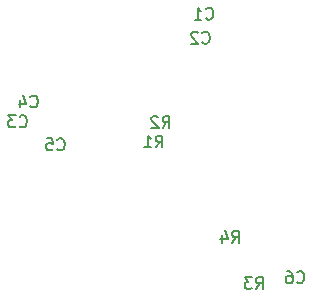
<source format=gbr>
%TF.GenerationSoftware,KiCad,Pcbnew,(5.1.6)-1*%
%TF.CreationDate,2020-08-15T20:42:22+02:00*%
%TF.ProjectId,teensypcbn,7465656e-7379-4706-9362-6e2e6b696361,rev?*%
%TF.SameCoordinates,Original*%
%TF.FileFunction,Legend,Bot*%
%TF.FilePolarity,Positive*%
%FSLAX46Y46*%
G04 Gerber Fmt 4.6, Leading zero omitted, Abs format (unit mm)*
G04 Created by KiCad (PCBNEW (5.1.6)-1) date 2020-08-15 20:42:22*
%MOMM*%
%LPD*%
G01*
G04 APERTURE LIST*
%ADD10C,0.150000*%
G04 APERTURE END LIST*
%TO.C,C1*%
D10*
X154446666Y-85497142D02*
X154494285Y-85544761D01*
X154637142Y-85592380D01*
X154732380Y-85592380D01*
X154875238Y-85544761D01*
X154970476Y-85449523D01*
X155018095Y-85354285D01*
X155065714Y-85163809D01*
X155065714Y-85020952D01*
X155018095Y-84830476D01*
X154970476Y-84735238D01*
X154875238Y-84640000D01*
X154732380Y-84592380D01*
X154637142Y-84592380D01*
X154494285Y-84640000D01*
X154446666Y-84687619D01*
X153494285Y-85592380D02*
X154065714Y-85592380D01*
X153780000Y-85592380D02*
X153780000Y-84592380D01*
X153875238Y-84735238D01*
X153970476Y-84830476D01*
X154065714Y-84878095D01*
%TO.C,C2*%
X154146666Y-87527142D02*
X154194285Y-87574761D01*
X154337142Y-87622380D01*
X154432380Y-87622380D01*
X154575238Y-87574761D01*
X154670476Y-87479523D01*
X154718095Y-87384285D01*
X154765714Y-87193809D01*
X154765714Y-87050952D01*
X154718095Y-86860476D01*
X154670476Y-86765238D01*
X154575238Y-86670000D01*
X154432380Y-86622380D01*
X154337142Y-86622380D01*
X154194285Y-86670000D01*
X154146666Y-86717619D01*
X153765714Y-86717619D02*
X153718095Y-86670000D01*
X153622857Y-86622380D01*
X153384761Y-86622380D01*
X153289523Y-86670000D01*
X153241904Y-86717619D01*
X153194285Y-86812857D01*
X153194285Y-86908095D01*
X153241904Y-87050952D01*
X153813333Y-87622380D01*
X153194285Y-87622380D01*
%TO.C,C3*%
X138666666Y-94607142D02*
X138714285Y-94654761D01*
X138857142Y-94702380D01*
X138952380Y-94702380D01*
X139095238Y-94654761D01*
X139190476Y-94559523D01*
X139238095Y-94464285D01*
X139285714Y-94273809D01*
X139285714Y-94130952D01*
X139238095Y-93940476D01*
X139190476Y-93845238D01*
X139095238Y-93750000D01*
X138952380Y-93702380D01*
X138857142Y-93702380D01*
X138714285Y-93750000D01*
X138666666Y-93797619D01*
X138333333Y-93702380D02*
X137714285Y-93702380D01*
X138047619Y-94083333D01*
X137904761Y-94083333D01*
X137809523Y-94130952D01*
X137761904Y-94178571D01*
X137714285Y-94273809D01*
X137714285Y-94511904D01*
X137761904Y-94607142D01*
X137809523Y-94654761D01*
X137904761Y-94702380D01*
X138190476Y-94702380D01*
X138285714Y-94654761D01*
X138333333Y-94607142D01*
%TO.C,C4*%
X139586666Y-92937142D02*
X139634285Y-92984761D01*
X139777142Y-93032380D01*
X139872380Y-93032380D01*
X140015238Y-92984761D01*
X140110476Y-92889523D01*
X140158095Y-92794285D01*
X140205714Y-92603809D01*
X140205714Y-92460952D01*
X140158095Y-92270476D01*
X140110476Y-92175238D01*
X140015238Y-92080000D01*
X139872380Y-92032380D01*
X139777142Y-92032380D01*
X139634285Y-92080000D01*
X139586666Y-92127619D01*
X138729523Y-92365714D02*
X138729523Y-93032380D01*
X138967619Y-91984761D02*
X139205714Y-92699047D01*
X138586666Y-92699047D01*
%TO.C,C5*%
X141866666Y-96557142D02*
X141914285Y-96604761D01*
X142057142Y-96652380D01*
X142152380Y-96652380D01*
X142295238Y-96604761D01*
X142390476Y-96509523D01*
X142438095Y-96414285D01*
X142485714Y-96223809D01*
X142485714Y-96080952D01*
X142438095Y-95890476D01*
X142390476Y-95795238D01*
X142295238Y-95700000D01*
X142152380Y-95652380D01*
X142057142Y-95652380D01*
X141914285Y-95700000D01*
X141866666Y-95747619D01*
X140961904Y-95652380D02*
X141438095Y-95652380D01*
X141485714Y-96128571D01*
X141438095Y-96080952D01*
X141342857Y-96033333D01*
X141104761Y-96033333D01*
X141009523Y-96080952D01*
X140961904Y-96128571D01*
X140914285Y-96223809D01*
X140914285Y-96461904D01*
X140961904Y-96557142D01*
X141009523Y-96604761D01*
X141104761Y-96652380D01*
X141342857Y-96652380D01*
X141438095Y-96604761D01*
X141485714Y-96557142D01*
%TO.C,C6*%
X162166666Y-107807142D02*
X162214285Y-107854761D01*
X162357142Y-107902380D01*
X162452380Y-107902380D01*
X162595238Y-107854761D01*
X162690476Y-107759523D01*
X162738095Y-107664285D01*
X162785714Y-107473809D01*
X162785714Y-107330952D01*
X162738095Y-107140476D01*
X162690476Y-107045238D01*
X162595238Y-106950000D01*
X162452380Y-106902380D01*
X162357142Y-106902380D01*
X162214285Y-106950000D01*
X162166666Y-106997619D01*
X161309523Y-106902380D02*
X161500000Y-106902380D01*
X161595238Y-106950000D01*
X161642857Y-106997619D01*
X161738095Y-107140476D01*
X161785714Y-107330952D01*
X161785714Y-107711904D01*
X161738095Y-107807142D01*
X161690476Y-107854761D01*
X161595238Y-107902380D01*
X161404761Y-107902380D01*
X161309523Y-107854761D01*
X161261904Y-107807142D01*
X161214285Y-107711904D01*
X161214285Y-107473809D01*
X161261904Y-107378571D01*
X161309523Y-107330952D01*
X161404761Y-107283333D01*
X161595238Y-107283333D01*
X161690476Y-107330952D01*
X161738095Y-107378571D01*
X161785714Y-107473809D01*
%TO.C,R1*%
X150186666Y-96412380D02*
X150520000Y-95936190D01*
X150758095Y-96412380D02*
X150758095Y-95412380D01*
X150377142Y-95412380D01*
X150281904Y-95460000D01*
X150234285Y-95507619D01*
X150186666Y-95602857D01*
X150186666Y-95745714D01*
X150234285Y-95840952D01*
X150281904Y-95888571D01*
X150377142Y-95936190D01*
X150758095Y-95936190D01*
X149234285Y-96412380D02*
X149805714Y-96412380D01*
X149520000Y-96412380D02*
X149520000Y-95412380D01*
X149615238Y-95555238D01*
X149710476Y-95650476D01*
X149805714Y-95698095D01*
%TO.C,R2*%
X150766666Y-94752380D02*
X151100000Y-94276190D01*
X151338095Y-94752380D02*
X151338095Y-93752380D01*
X150957142Y-93752380D01*
X150861904Y-93800000D01*
X150814285Y-93847619D01*
X150766666Y-93942857D01*
X150766666Y-94085714D01*
X150814285Y-94180952D01*
X150861904Y-94228571D01*
X150957142Y-94276190D01*
X151338095Y-94276190D01*
X150385714Y-93847619D02*
X150338095Y-93800000D01*
X150242857Y-93752380D01*
X150004761Y-93752380D01*
X149909523Y-93800000D01*
X149861904Y-93847619D01*
X149814285Y-93942857D01*
X149814285Y-94038095D01*
X149861904Y-94180952D01*
X150433333Y-94752380D01*
X149814285Y-94752380D01*
%TO.C,R3*%
X158666666Y-108402380D02*
X159000000Y-107926190D01*
X159238095Y-108402380D02*
X159238095Y-107402380D01*
X158857142Y-107402380D01*
X158761904Y-107450000D01*
X158714285Y-107497619D01*
X158666666Y-107592857D01*
X158666666Y-107735714D01*
X158714285Y-107830952D01*
X158761904Y-107878571D01*
X158857142Y-107926190D01*
X159238095Y-107926190D01*
X158333333Y-107402380D02*
X157714285Y-107402380D01*
X158047619Y-107783333D01*
X157904761Y-107783333D01*
X157809523Y-107830952D01*
X157761904Y-107878571D01*
X157714285Y-107973809D01*
X157714285Y-108211904D01*
X157761904Y-108307142D01*
X157809523Y-108354761D01*
X157904761Y-108402380D01*
X158190476Y-108402380D01*
X158285714Y-108354761D01*
X158333333Y-108307142D01*
%TO.C,R4*%
X156666666Y-104482380D02*
X157000000Y-104006190D01*
X157238095Y-104482380D02*
X157238095Y-103482380D01*
X156857142Y-103482380D01*
X156761904Y-103530000D01*
X156714285Y-103577619D01*
X156666666Y-103672857D01*
X156666666Y-103815714D01*
X156714285Y-103910952D01*
X156761904Y-103958571D01*
X156857142Y-104006190D01*
X157238095Y-104006190D01*
X155809523Y-103815714D02*
X155809523Y-104482380D01*
X156047619Y-103434761D02*
X156285714Y-104149047D01*
X155666666Y-104149047D01*
%TD*%
M02*

</source>
